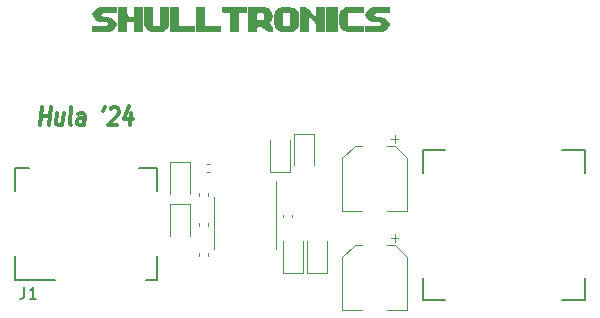
<source format=gbr>
%TF.GenerationSoftware,KiCad,Pcbnew,8.0.5*%
%TF.CreationDate,2024-09-24T12:34:27-04:00*%
%TF.ProjectId,afe-featherwing,6166652d-6665-4617-9468-657277696e67,rev?*%
%TF.SameCoordinates,Original*%
%TF.FileFunction,Legend,Top*%
%TF.FilePolarity,Positive*%
%FSLAX46Y46*%
G04 Gerber Fmt 4.6, Leading zero omitted, Abs format (unit mm)*
G04 Created by KiCad (PCBNEW 8.0.5) date 2024-09-24 12:34:27*
%MOMM*%
%LPD*%
G01*
G04 APERTURE LIST*
%ADD10C,0.304800*%
%ADD11C,0.150000*%
%ADD12C,0.120000*%
%ADD13C,0.000000*%
G04 APERTURE END LIST*
D10*
X136256835Y-84252641D02*
X136447335Y-82728641D01*
X136356621Y-83454355D02*
X137082335Y-83454355D01*
X136982549Y-84252641D02*
X137173049Y-82728641D01*
X138258597Y-83236641D02*
X138131597Y-84252641D01*
X137714311Y-83236641D02*
X137614525Y-84034927D01*
X137614525Y-84034927D02*
X137656859Y-84180070D01*
X137656859Y-84180070D02*
X137768740Y-84252641D01*
X137768740Y-84252641D02*
X137950168Y-84252641D01*
X137950168Y-84252641D02*
X138080192Y-84180070D01*
X138080192Y-84180070D02*
X138149740Y-84107498D01*
X138917788Y-84252641D02*
X138805907Y-84180070D01*
X138805907Y-84180070D02*
X138763573Y-84034927D01*
X138763573Y-84034927D02*
X138926859Y-82728641D01*
X139945883Y-84252641D02*
X140045668Y-83454355D01*
X140045668Y-83454355D02*
X140003335Y-83309212D01*
X140003335Y-83309212D02*
X139891454Y-83236641D01*
X139891454Y-83236641D02*
X139649549Y-83236641D01*
X139649549Y-83236641D02*
X139519526Y-83309212D01*
X139954954Y-84180070D02*
X139824930Y-84252641D01*
X139824930Y-84252641D02*
X139522549Y-84252641D01*
X139522549Y-84252641D02*
X139410668Y-84180070D01*
X139410668Y-84180070D02*
X139368335Y-84034927D01*
X139368335Y-84034927D02*
X139386478Y-83889784D01*
X139386478Y-83889784D02*
X139465097Y-83744641D01*
X139465097Y-83744641D02*
X139595121Y-83672070D01*
X139595121Y-83672070D02*
X139897502Y-83672070D01*
X139897502Y-83672070D02*
X140027526Y-83599498D01*
X141769240Y-82728641D02*
X141612002Y-83018927D01*
X142234907Y-82873784D02*
X142304455Y-82801212D01*
X142304455Y-82801212D02*
X142434478Y-82728641D01*
X142434478Y-82728641D02*
X142736859Y-82728641D01*
X142736859Y-82728641D02*
X142848740Y-82801212D01*
X142848740Y-82801212D02*
X142900145Y-82873784D01*
X142900145Y-82873784D02*
X142942478Y-83018927D01*
X142942478Y-83018927D02*
X142924336Y-83164070D01*
X142924336Y-83164070D02*
X142836645Y-83381784D01*
X142836645Y-83381784D02*
X142002074Y-84252641D01*
X142002074Y-84252641D02*
X142788264Y-84252641D01*
X144003836Y-83236641D02*
X143876836Y-84252641D01*
X143774026Y-82656070D02*
X143335574Y-83744641D01*
X143335574Y-83744641D02*
X144121764Y-83744641D01*
D11*
X134947066Y-97956019D02*
X134947066Y-98670304D01*
X134947066Y-98670304D02*
X134899447Y-98813161D01*
X134899447Y-98813161D02*
X134804209Y-98908400D01*
X134804209Y-98908400D02*
X134661352Y-98956019D01*
X134661352Y-98956019D02*
X134566114Y-98956019D01*
X135947066Y-98956019D02*
X135375638Y-98956019D01*
X135661352Y-98956019D02*
X135661352Y-97956019D01*
X135661352Y-97956019D02*
X135566114Y-98098876D01*
X135566114Y-98098876D02*
X135470876Y-98194114D01*
X135470876Y-98194114D02*
X135375638Y-98241733D01*
D12*
%TO.C,U1*%
X156231600Y-92543600D02*
X156231600Y-88943600D01*
X156231600Y-92543600D02*
X156231600Y-94743600D01*
X151011600Y-92543600D02*
X151011600Y-90343600D01*
X151011600Y-92543600D02*
X151011600Y-94743600D01*
D11*
%TO.C,J1*%
X146160000Y-87860000D02*
X144660000Y-87860000D01*
X146160000Y-87860000D02*
X146160000Y-89860000D01*
X134160000Y-87860000D02*
X135360000Y-87860000D01*
X134160000Y-87860000D02*
X134160000Y-89860000D01*
X146160000Y-95360000D02*
X146160000Y-97360000D01*
X146160000Y-97360000D02*
X145210000Y-97360000D01*
X134160000Y-97360000D02*
X134160000Y-95360000D01*
X134160000Y-97360000D02*
X137510000Y-97360000D01*
D13*
%TO.C,L1*%
G36*
X145838334Y-75861334D02*
G01*
X146431001Y-75861334D01*
X146431001Y-74252667D01*
X147193001Y-74252667D01*
X147193001Y-75083493D01*
X147190504Y-75467829D01*
X147176982Y-75723167D01*
X147143387Y-75889830D01*
X147080671Y-76008143D01*
X146979787Y-76118430D01*
X146955534Y-76141827D01*
X146804305Y-76266925D01*
X146643667Y-76335754D01*
X146416544Y-76364444D01*
X146150430Y-76369334D01*
X145831711Y-76361488D01*
X145623854Y-76326517D01*
X145468682Y-76247270D01*
X145329563Y-76127334D01*
X145212540Y-76007972D01*
X145138582Y-75893494D01*
X145097817Y-75742648D01*
X145080376Y-75514179D01*
X145076386Y-75166835D01*
X145076334Y-75069001D01*
X145076334Y-74252667D01*
X145838334Y-74252667D01*
X145838334Y-75861334D01*
G37*
G36*
X165904334Y-74760667D02*
G01*
X165220792Y-74760667D01*
X164881317Y-74764569D01*
X164679410Y-74781048D01*
X164583397Y-74817265D01*
X164561599Y-74880382D01*
X164565387Y-74908834D01*
X164628115Y-75005593D01*
X164794301Y-75060535D01*
X165016095Y-75083305D01*
X165345806Y-75134784D01*
X165586082Y-75258275D01*
X165671501Y-75331979D01*
X165858469Y-75575324D01*
X165882350Y-75808959D01*
X165743309Y-76057778D01*
X165676827Y-76131868D01*
X165563503Y-76241034D01*
X165449821Y-76310312D01*
X165295458Y-76348748D01*
X165060089Y-76365391D01*
X164703390Y-76369288D01*
X164618493Y-76369334D01*
X163787667Y-76369334D01*
X163787667Y-75861334D01*
X164465001Y-75861334D01*
X164802477Y-75857799D01*
X165004735Y-75841516D01*
X165105836Y-75803970D01*
X165139841Y-75736647D01*
X165142334Y-75692001D01*
X165120913Y-75591940D01*
X165029301Y-75541130D01*
X164826472Y-75523778D01*
X164702467Y-75522667D01*
X164405327Y-75504613D01*
X164200911Y-75433808D01*
X164025133Y-75295160D01*
X163869357Y-75101498D01*
X163790173Y-74916155D01*
X163787667Y-74887667D01*
X163846272Y-74713450D01*
X163990715Y-74515048D01*
X164025133Y-74480174D01*
X164145965Y-74374667D01*
X164268998Y-74308054D01*
X164435589Y-74271443D01*
X164687095Y-74255945D01*
X165064873Y-74252670D01*
X165083467Y-74252667D01*
X165904334Y-74252667D01*
X165904334Y-74760667D01*
G37*
G36*
X153797001Y-74506667D02*
G01*
X153783627Y-74669534D01*
X153711154Y-74741935D01*
X153531056Y-74760266D01*
X153458334Y-74760667D01*
X153119667Y-74760667D01*
X153119667Y-76369334D01*
X152357667Y-76369334D01*
X152357667Y-74760667D01*
X152019001Y-74760667D01*
X151801845Y-74750637D01*
X151705310Y-74696282D01*
X151680868Y-74561209D01*
X151680334Y-74506667D01*
X151680334Y-74252667D01*
X153797001Y-74252667D01*
X153797001Y-74506667D01*
G37*
G36*
X150241001Y-75861334D02*
G01*
X151595667Y-75861334D01*
X151595667Y-76369334D01*
X149479001Y-76369334D01*
X149479001Y-74252667D01*
X150241001Y-74252667D01*
X150241001Y-75861334D01*
G37*
G36*
X158749828Y-74285116D02*
G01*
X158950978Y-74399716D01*
X159203978Y-74622347D01*
X159233926Y-74651651D01*
X159639001Y-75050635D01*
X159639001Y-74252667D01*
X160401001Y-74252667D01*
X160401001Y-76369334D01*
X159639001Y-76369334D01*
X159639001Y-76004943D01*
X159616068Y-75748444D01*
X159522950Y-75551717D01*
X159342667Y-75353334D01*
X159046334Y-75066116D01*
X159046334Y-76369334D01*
X158284334Y-76369334D01*
X158284334Y-74252667D01*
X158556592Y-74252667D01*
X158749828Y-74285116D01*
G37*
G36*
X142790334Y-74760667D02*
G01*
X142106792Y-74760667D01*
X141767317Y-74764569D01*
X141565410Y-74781048D01*
X141469397Y-74817265D01*
X141447599Y-74880382D01*
X141451387Y-74908834D01*
X141514115Y-75005593D01*
X141680301Y-75060535D01*
X141902095Y-75083305D01*
X142231806Y-75134784D01*
X142472082Y-75258275D01*
X142557501Y-75331979D01*
X142744469Y-75575324D01*
X142768350Y-75808959D01*
X142629309Y-76057778D01*
X142562827Y-76131868D01*
X142449503Y-76241034D01*
X142335821Y-76310312D01*
X142181458Y-76348748D01*
X141946089Y-76365391D01*
X141589390Y-76369288D01*
X141504493Y-76369334D01*
X140673667Y-76369334D01*
X140673667Y-75861334D01*
X141351001Y-75861334D01*
X141688477Y-75857799D01*
X141890735Y-75841516D01*
X141991836Y-75803970D01*
X142025841Y-75736647D01*
X142028334Y-75692001D01*
X142006913Y-75591940D01*
X141915301Y-75541130D01*
X141712472Y-75523778D01*
X141588467Y-75522667D01*
X141291327Y-75504613D01*
X141086911Y-75433808D01*
X140911133Y-75295160D01*
X140720092Y-75043097D01*
X140696120Y-74801838D01*
X140839219Y-74554593D01*
X140911133Y-74480174D01*
X141031965Y-74374667D01*
X141154998Y-74308054D01*
X141321589Y-74271443D01*
X141573095Y-74255945D01*
X141950873Y-74252670D01*
X141969467Y-74252667D01*
X142790334Y-74252667D01*
X142790334Y-74760667D01*
G37*
G36*
X155096829Y-74255164D02*
G01*
X155352167Y-74268686D01*
X155518830Y-74302281D01*
X155637143Y-74364997D01*
X155747430Y-74465881D01*
X155770827Y-74490133D01*
X155945177Y-74767234D01*
X155998670Y-75074672D01*
X155926225Y-75356518D01*
X155858212Y-75452500D01*
X155764561Y-75581517D01*
X155794295Y-75686674D01*
X155858212Y-75762167D01*
X155967009Y-75966435D01*
X155998334Y-76143167D01*
X155973704Y-76303986D01*
X155864813Y-76363189D01*
X155743563Y-76369334D01*
X155450497Y-76286535D01*
X155223006Y-76115334D01*
X155023012Y-75957065D01*
X154844111Y-75868287D01*
X154800443Y-75861334D01*
X154684060Y-75907727D01*
X154644437Y-76071948D01*
X154643667Y-76115334D01*
X154632623Y-76271522D01*
X154568853Y-76345498D01*
X154406403Y-76367898D01*
X154262667Y-76369334D01*
X153881667Y-76369334D01*
X153881667Y-75057001D01*
X154643667Y-75057001D01*
X154656774Y-75255612D01*
X154730720Y-75337065D01*
X154917445Y-75353297D01*
X154940001Y-75353334D01*
X155138612Y-75340227D01*
X155220065Y-75266281D01*
X155236297Y-75079556D01*
X155236334Y-75057001D01*
X155223227Y-74858389D01*
X155149281Y-74776936D01*
X154962556Y-74760704D01*
X154940001Y-74760667D01*
X154741389Y-74773774D01*
X154659936Y-74847720D01*
X154643704Y-75034445D01*
X154643667Y-75057001D01*
X153881667Y-75057001D01*
X153881667Y-74252667D01*
X154712493Y-74252667D01*
X155096829Y-74255164D01*
G37*
G36*
X157458223Y-74259960D02*
G01*
X157670731Y-74291828D01*
X157823620Y-74363256D01*
X157962201Y-74480174D01*
X158087943Y-74616372D01*
X158159384Y-74757519D01*
X158191587Y-74956310D01*
X158199613Y-75265445D01*
X158199667Y-75311001D01*
X158193476Y-75636399D01*
X158164861Y-75845321D01*
X158098760Y-75990466D01*
X157980111Y-76124531D01*
X157962201Y-76141827D01*
X157810971Y-76266925D01*
X157650334Y-76335754D01*
X157423211Y-76364444D01*
X157157097Y-76369334D01*
X156838378Y-76361488D01*
X156630521Y-76326517D01*
X156475349Y-76247270D01*
X156336230Y-76127334D01*
X156200145Y-75982331D01*
X156136054Y-75861334D01*
X156124007Y-75838590D01*
X156090678Y-75640555D01*
X156083018Y-75332666D01*
X156083001Y-75306467D01*
X156090826Y-74983072D01*
X156124711Y-74772671D01*
X156130623Y-74760667D01*
X156845001Y-74760667D01*
X156845001Y-75861334D01*
X157437667Y-75861334D01*
X157437667Y-74760667D01*
X156845001Y-74760667D01*
X156130623Y-74760667D01*
X156200267Y-74619249D01*
X156310508Y-74490133D01*
X156448129Y-74363420D01*
X156591073Y-74291925D01*
X156792843Y-74260172D01*
X157106939Y-74252683D01*
X157131375Y-74252667D01*
X157458223Y-74259960D01*
G37*
G36*
X163703001Y-74760667D02*
G01*
X162348334Y-74760667D01*
X162348334Y-75861334D01*
X163703001Y-75861334D01*
X163703001Y-76369334D01*
X162897897Y-76369334D01*
X162519400Y-76366488D01*
X162267738Y-76351474D01*
X162100430Y-76314579D01*
X161974996Y-76246089D01*
X161848954Y-76136290D01*
X161839563Y-76127334D01*
X161703478Y-75982331D01*
X161627341Y-75838590D01*
X161594011Y-75640555D01*
X161586352Y-75332666D01*
X161586334Y-75306467D01*
X161594160Y-74983072D01*
X161628045Y-74772671D01*
X161703600Y-74619249D01*
X161813841Y-74490133D01*
X161927165Y-74380967D01*
X162040846Y-74311689D01*
X162195210Y-74273253D01*
X162430579Y-74256610D01*
X162787278Y-74252713D01*
X162872174Y-74252667D01*
X163703001Y-74252667D01*
X163703001Y-74760667D01*
G37*
G36*
X143653528Y-74654834D02*
G01*
X143676837Y-74898478D01*
X143728056Y-75020733D01*
X143840777Y-75069447D01*
X143954501Y-75083532D01*
X144229667Y-75110063D01*
X144229667Y-74252667D01*
X144991667Y-74252667D01*
X144991667Y-76369334D01*
X144229667Y-76369334D01*
X144229667Y-75522667D01*
X143637001Y-75522667D01*
X143637001Y-76369334D01*
X142875001Y-76369334D01*
X142875001Y-74252667D01*
X143627723Y-74252667D01*
X143653528Y-74654834D01*
G37*
G36*
X161501667Y-76369334D02*
G01*
X160485667Y-76369334D01*
X160485667Y-74252667D01*
X161501667Y-74252667D01*
X161501667Y-76369334D01*
G37*
G36*
X148039667Y-75861334D02*
G01*
X149394334Y-75861334D01*
X149394334Y-76369334D01*
X147277667Y-76369334D01*
X147277667Y-74252667D01*
X148039667Y-74252667D01*
X148039667Y-75861334D01*
G37*
D11*
%TO.C,J5*%
X168656000Y-99060000D02*
X170561000Y-99060000D01*
X168656000Y-99060000D02*
X168656000Y-97155000D01*
X168656000Y-86360000D02*
X168656000Y-88265000D01*
X168656000Y-86360000D02*
X170561000Y-86360000D01*
X182372000Y-99060000D02*
X180467000Y-99060000D01*
X182372000Y-99060000D02*
X182372000Y-97155000D01*
X182372000Y-86360000D02*
X182372000Y-88265000D01*
X182372000Y-86360000D02*
X180467000Y-86360000D01*
D12*
%TO.C,C1*%
X150429965Y-87531400D02*
X150661635Y-87531400D01*
X150429965Y-88251400D02*
X150661635Y-88251400D01*
%TO.C,C7*%
X162896437Y-85987600D02*
X163532000Y-85987600D01*
X167352000Y-87052037D02*
X167352000Y-91507600D01*
X161832000Y-91507600D02*
X163532000Y-91507600D01*
X161832000Y-87052037D02*
X161832000Y-91507600D01*
X166287563Y-85987600D02*
X165652000Y-85987600D01*
X166589500Y-85435100D02*
X165964500Y-85435100D01*
X167352000Y-91507600D02*
X165652000Y-91507600D01*
X162896437Y-85987600D02*
X161832000Y-87052037D01*
X166277000Y-85122600D02*
X166277000Y-85747600D01*
X166287563Y-85987600D02*
X167352000Y-87052037D01*
%TO.C,C8*%
X166287563Y-94354000D02*
X167352000Y-95418437D01*
X166277000Y-93489000D02*
X166277000Y-94114000D01*
X162896437Y-94354000D02*
X161832000Y-95418437D01*
X167352000Y-99874000D02*
X165652000Y-99874000D01*
X166589500Y-93801500D02*
X165964500Y-93801500D01*
X166287563Y-94354000D02*
X165652000Y-94354000D01*
X161832000Y-95418437D02*
X161832000Y-99874000D01*
X161832000Y-99874000D02*
X163532000Y-99874000D01*
X167352000Y-95418437D02*
X167352000Y-99874000D01*
X162896437Y-94354000D02*
X163532000Y-94354000D01*
%TO.C,D6*%
X158893000Y-96742800D02*
X160593000Y-96742800D01*
X158893000Y-96742800D02*
X158893000Y-94082800D01*
X160593000Y-96742800D02*
X160593000Y-94082800D01*
%TO.C,D5*%
X156805400Y-96742800D02*
X158505400Y-96742800D01*
X156805400Y-96742800D02*
X156805400Y-94082800D01*
X158505400Y-96742800D02*
X158505400Y-94082800D01*
%TO.C,D4*%
X159473000Y-85004000D02*
X157773000Y-85004000D01*
X159473000Y-85004000D02*
X159473000Y-87664000D01*
X157773000Y-85004000D02*
X157773000Y-87664000D01*
%TO.C,D3*%
X155741000Y-88190000D02*
X157441000Y-88190000D01*
X155741000Y-88190000D02*
X155741000Y-85530000D01*
X157441000Y-88190000D02*
X157441000Y-85530000D01*
%TO.C,C6*%
X150451000Y-95067765D02*
X150451000Y-95299435D01*
X149731000Y-95067765D02*
X149731000Y-95299435D01*
%TO.C,D2*%
X148932000Y-90939000D02*
X147232000Y-90939000D01*
X148932000Y-90939000D02*
X148932000Y-93599000D01*
X147232000Y-90939000D02*
X147232000Y-93599000D01*
%TO.C,D1*%
X148932000Y-87383000D02*
X147232000Y-87383000D01*
X148932000Y-87383000D02*
X148932000Y-90043000D01*
X147232000Y-87383000D02*
X147232000Y-90043000D01*
%TO.C,C5*%
X156866000Y-92063835D02*
X156866000Y-91832165D01*
X157586000Y-92063835D02*
X157586000Y-91832165D01*
%TO.C,C3*%
X149731000Y-90219435D02*
X149731000Y-89987765D01*
X150451000Y-90219435D02*
X150451000Y-89987765D01*
%TO.C,C2*%
X149731000Y-92759435D02*
X149731000Y-92527765D01*
X150451000Y-92759435D02*
X150451000Y-92527765D01*
%TD*%
M02*

</source>
